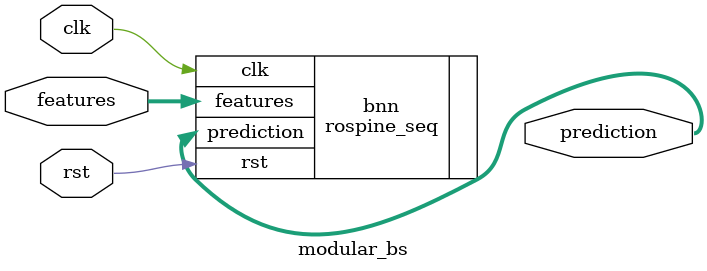
<source format=v>
`ifndef DUTNAME
`define DUTNAME modular_bs
parameter FEAT_CNT = 4;
parameter FEAT_BITS = 4;
parameter HIDDEN_CNT = 4;
parameter CLASS_CNT = 4;
`define WEIGHTS0 0
`define WEIGHTS1 0
`else
    `include `BSTRINGS
`endif
module `DUTNAME #(
`ifdef PARAMS
`include `PARAMS
`endif
  ) (
  input clk,
  input rst,
  input [FEAT_CNT*FEAT_BITS-1:0] features,
  output [$clog2(CLASS_CNT)-1:0] prediction
  );

  localparam Weights0 = `WEIGHTS0 ;
  localparam Weights1 = `WEIGHTS1 ;

  rospine_seq #(.FEAT_CNT(FEAT_CNT),.FEAT_BITS(FEAT_BITS),.HIDDEN_CNT(HIDDEN_CNT),.CLASS_CNT(CLASS_CNT),.Weights0(Weights0),.Weights1(Weights1)) bnn (
    .clk(clk),
    .rst(rst),
    .features(features),
    .prediction(prediction)
  );

endmodule

</source>
